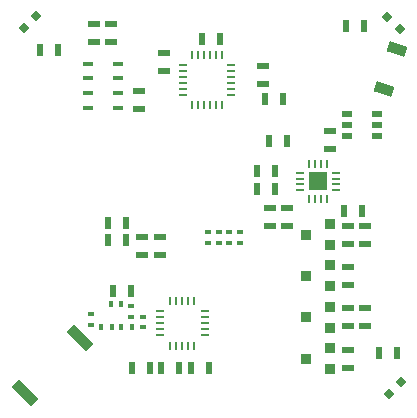
<source format=gtp>
%TF.GenerationSoftware,KiCad,Pcbnew,6.0.2-378541a8eb~116~ubuntu20.04.1*%
%TF.CreationDate,2022-03-13T20:33:59-06:00*%
%TF.ProjectId,Crazyflie contol board,4372617a-7966-46c6-9965-20636f6e746f,F*%
%TF.SameCoordinates,Original*%
%TF.FileFunction,Paste,Top*%
%TF.FilePolarity,Positive*%
%FSLAX46Y46*%
G04 Gerber Fmt 4.6, Leading zero omitted, Abs format (unit mm)*
G04 Created by KiCad (PCBNEW 6.0.2-378541a8eb~116~ubuntu20.04.1) date 2022-03-13 20:33:59*
%MOMM*%
%LPD*%
G01*
G04 APERTURE LIST*
G04 Aperture macros list*
%AMRotRect*
0 Rectangle, with rotation*
0 The origin of the aperture is its center*
0 $1 length*
0 $2 width*
0 $3 Rotation angle, in degrees counterclockwise*
0 Add horizontal line*
21,1,$1,$2,0,0,$3*%
G04 Aperture macros list end*
%ADD10R,0.816864X0.816864*%
%ADD11R,0.899770X0.612038*%
%ADD12R,1.036320X0.548640*%
%ADD13R,0.514502X0.321868*%
%ADD14R,0.321868X0.514502*%
%ADD15R,0.548640X1.036320*%
%ADD16O,0.707136X0.178004*%
%ADD17O,0.178004X0.707136*%
%ADD18R,1.570330X1.570330*%
%ADD19RotRect,0.704698X0.704698X225.000000*%
%ADD20RotRect,0.704698X0.704698X135.000000*%
%ADD21RotRect,0.704698X0.704698X45.000000*%
%ADD22RotRect,2.338426X0.899770X315.000000*%
%ADD23RotRect,1.570330X0.899770X162.000000*%
%ADD24R,0.899770X0.419404*%
%ADD25R,0.275540X0.755904*%
%ADD26R,0.755904X0.275540*%
G04 APERTURE END LIST*
D10*
%TO.C,Q1*%
X147985480Y-103502460D03*
X150017480Y-104391460D03*
X150017480Y-102613460D03*
%TD*%
%TO.C,Q2*%
X147985480Y-107002580D03*
X150017480Y-107891580D03*
X150017480Y-106113580D03*
%TD*%
%TO.C,Q3*%
X147985480Y-110502700D03*
X150017480Y-111391700D03*
X150017480Y-109613700D03*
%TD*%
%TO.C,Q4*%
X147985480Y-114002820D03*
X150017480Y-114891820D03*
X150017480Y-113113820D03*
%TD*%
D11*
%TO.C,U10*%
X151429720Y-93251020D03*
X151429720Y-94203520D03*
X151429720Y-95156020D03*
X153969720Y-95156020D03*
X153969720Y-94203520D03*
X153969720Y-93251020D03*
%TD*%
D12*
%TO.C,C34*%
X152999440Y-111264700D03*
X152999440Y-109740700D03*
%TD*%
D13*
%TO.C,L3*%
X133200140Y-109552740D03*
X133200140Y-110451900D03*
%TD*%
%TO.C,L2*%
X134200900Y-111353600D03*
X134200900Y-110454440D03*
%TD*%
D14*
%TO.C,L1*%
X132349240Y-111302800D03*
X133248400Y-111302800D03*
%TD*%
%TO.C,C9*%
X130649980Y-111302800D03*
X131549140Y-111302800D03*
%TD*%
D13*
%TO.C,C10*%
X129799080Y-111152940D03*
X129799080Y-110253780D03*
%TD*%
D15*
%TO.C,C11*%
X133162040Y-108303060D03*
X131638040Y-108303060D03*
%TD*%
D14*
%TO.C,C12*%
X132349240Y-109402880D03*
X131450080Y-109402880D03*
%TD*%
D15*
%TO.C,C13*%
X137261600Y-114802920D03*
X135737600Y-114802920D03*
%TD*%
%TO.C,C15*%
X138236960Y-114802920D03*
X139760960Y-114802920D03*
%TD*%
%TO.C,C16*%
X144538700Y-92003880D03*
X146062700Y-92003880D03*
%TD*%
D12*
%TO.C,C17*%
X135999220Y-89664540D03*
X135999220Y-88140540D03*
%TD*%
%TO.C,C18*%
X144299940Y-90764360D03*
X144299940Y-89240360D03*
%TD*%
D15*
%TO.C,C20*%
X140662660Y-86903560D03*
X139138660Y-86903560D03*
%TD*%
D12*
%TO.C,R14*%
X131500880Y-85641180D03*
X131500880Y-87165180D03*
%TD*%
%TO.C,R13*%
X129999740Y-85641180D03*
X129999740Y-87165180D03*
%TD*%
D15*
%TO.C,R22*%
X155661360Y-113502440D03*
X154137360Y-113502440D03*
%TD*%
%TO.C,R26*%
X152760680Y-101503480D03*
X151236680Y-101503480D03*
%TD*%
D12*
%TO.C,R27*%
X152999440Y-104264460D03*
X152999440Y-102740460D03*
%TD*%
D15*
%TO.C,R9*%
X132760720Y-104002840D03*
X131236720Y-104002840D03*
%TD*%
%TO.C,R8*%
X132760720Y-102504240D03*
X131236720Y-102504240D03*
%TD*%
%TO.C,R5*%
X125437900Y-87904320D03*
X126961900Y-87904320D03*
%TD*%
D12*
%TO.C,R4*%
X151500840Y-114764820D03*
X151500840Y-113240820D03*
%TD*%
%TO.C,R3*%
X151500840Y-111264700D03*
X151500840Y-109740700D03*
%TD*%
%TO.C,R2*%
X151500840Y-107764580D03*
X151500840Y-106240580D03*
%TD*%
%TO.C,R1*%
X151500840Y-104264460D03*
X151500840Y-102740460D03*
%TD*%
D16*
%TO.C,U2*%
X139400280Y-112003840D03*
X139397740Y-111500920D03*
X139397740Y-111000540D03*
X139397740Y-110502700D03*
X139397740Y-110002320D03*
D17*
X138498580Y-109103160D03*
X137998200Y-109103160D03*
X137497820Y-109103160D03*
X136997440Y-109103160D03*
X136499600Y-109103160D03*
D16*
X135600440Y-110002320D03*
X135600440Y-110502700D03*
X135600440Y-111005620D03*
X135600440Y-111503460D03*
X135600440Y-112006380D03*
D17*
X136499600Y-112903000D03*
X136999980Y-112903000D03*
X137500360Y-112903000D03*
X138000740Y-112903000D03*
X138501120Y-112903000D03*
%TD*%
D16*
%TO.C,U8*%
X150500080Y-99755960D03*
X150500080Y-99253040D03*
X150500080Y-98755200D03*
X150500080Y-98254820D03*
D17*
X149748240Y-97502980D03*
X149247860Y-97502980D03*
X148747480Y-97502980D03*
X148249640Y-97502980D03*
D16*
X147497800Y-98257360D03*
X147497800Y-98755200D03*
X147497800Y-99255580D03*
X147497800Y-99755960D03*
D17*
X148249640Y-100505260D03*
X148747480Y-100505260D03*
X149247860Y-100505260D03*
X149748240Y-100505260D03*
D18*
X148998940Y-99004120D03*
%TD*%
D19*
%TO.C,D7*%
X156028635Y-115972345D03*
X154968965Y-117032015D03*
%TD*%
D20*
%TO.C,D6*%
X155929575Y-86132915D03*
X154869905Y-85073245D03*
%TD*%
D21*
%TO.C,D5*%
X124069865Y-86033855D03*
X125129535Y-84974185D03*
%TD*%
D12*
%TO.C,R31*%
X149999700Y-94742000D03*
X149999700Y-96266000D03*
%TD*%
%TO.C,R24*%
X144899380Y-102765860D03*
X144899380Y-101241860D03*
%TD*%
D15*
%TO.C,R12*%
X134762240Y-114802920D03*
X133238240Y-114802920D03*
%TD*%
D12*
%TO.C,R11*%
X134099300Y-103741220D03*
X134099300Y-105265220D03*
%TD*%
%TO.C,R10*%
X135600440Y-103741220D03*
X135600440Y-105265220D03*
%TD*%
D15*
%TO.C,C33*%
X145361660Y-99603560D03*
X143837660Y-99603560D03*
%TD*%
%TO.C,R6*%
X151338280Y-85803740D03*
X152862280Y-85803740D03*
%TD*%
D12*
%TO.C,R25*%
X146400520Y-102765860D03*
X146400520Y-101241860D03*
%TD*%
D22*
%TO.C,Y1*%
X128832691Y-112269189D03*
X124166549Y-116935331D03*
%TD*%
D15*
%TO.C,R36*%
X143837660Y-98102420D03*
X145361660Y-98102420D03*
%TD*%
%TO.C,R37*%
X144838420Y-95603060D03*
X146362420Y-95603060D03*
%TD*%
D23*
%TO.C,SW1*%
X154543524Y-91214700D03*
X155656516Y-87789260D03*
%TD*%
D12*
%TO.C,C24*%
X133799580Y-91340940D03*
X133799580Y-92864940D03*
%TD*%
D24*
%TO.C,U5*%
X129550160Y-89029540D03*
X129550160Y-90279220D03*
X129550160Y-91528900D03*
X129550160Y-92778580D03*
X132049520Y-92778580D03*
X132049520Y-91528900D03*
X132059680Y-90279220D03*
X132049520Y-89029540D03*
%TD*%
D13*
%TO.C,R39*%
X142400020Y-103299260D03*
X142400020Y-104198420D03*
%TD*%
%TO.C,R40*%
X141500860Y-103299260D03*
X141500860Y-104198420D03*
%TD*%
%TO.C,R41*%
X140599160Y-103299260D03*
X140599160Y-104198420D03*
%TD*%
%TO.C,R42*%
X139700000Y-103299260D03*
X139700000Y-104198420D03*
%TD*%
D25*
%TO.C,U3*%
X138351260Y-92549980D03*
X138851640Y-92549980D03*
X139352020Y-92549980D03*
X139849860Y-92549980D03*
X140350240Y-92549980D03*
X140850620Y-92549980D03*
D26*
X141622780Y-91653360D03*
X141622780Y-91152980D03*
X141622780Y-90652600D03*
X141622780Y-90154760D03*
X141622780Y-89654380D03*
X141622780Y-89154000D03*
D25*
X140850620Y-88257380D03*
X140350240Y-88257380D03*
X139849860Y-88257380D03*
X139352020Y-88257380D03*
X138851640Y-88257380D03*
X138351260Y-88257380D03*
D26*
X137576560Y-89154000D03*
X137576560Y-89654380D03*
X137576560Y-90154760D03*
X137576560Y-90652600D03*
X137576560Y-91152980D03*
X137576560Y-91653360D03*
%TD*%
M02*

</source>
